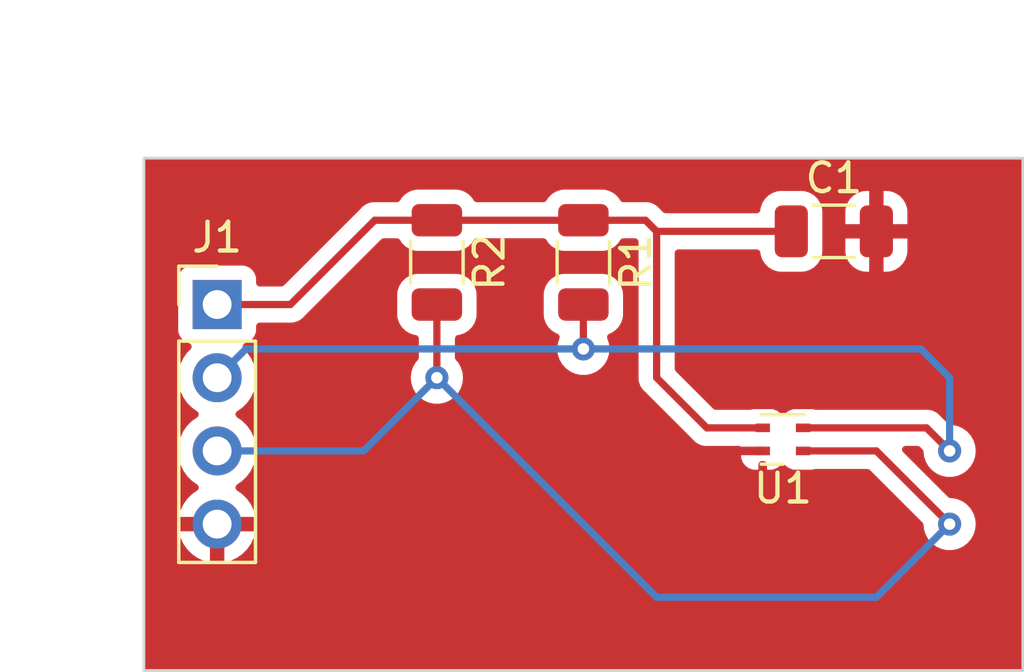
<source format=kicad_pcb>
(kicad_pcb (version 20221018) (generator pcbnew)
  (layers (0 "F.Cu" signal) (31 "B.Cu" signal) (34 "B.Paste" user) (35 "F.Paste" user) (36 "B.SilkS" user "B.Silkscreen") (37 "F.SilkS" user "F.Silkscreen") (38 "B.Mask" user) (39 "F.Mask" user) (44 "Edge.Cuts" user))
  (net 0 "")
  (net 1 "+3.3V")
  (net 2 "GND")
  (net 3 "/SCL")
  (net 4 "/SDA")
  (footprint "Connector_PinHeader_2.54mm:PinHeader_1x04_P2.54mm_Vertical" (layer "F.Cu") (at 116.84 88.9)
    (fp_text reference "J1" (at 0 -2.33) (layer "F.SilkS"))
    (fp_text value "Conn_01x04_Socket")
    (fp_line (start -1.33 -1.33) (end 0 -1.33) (stroke (width 0.12)) (layer "F.SilkS"))
    (fp_line (start -1.33 0) (end -1.33 -1.33) (stroke (width 0.12)) (layer "F.SilkS"))
    (fp_line (start -1.33 1.27) (end -1.33 8.95) (stroke (width 0.12)) (layer "F.SilkS"))
    (fp_line (start -1.33 1.27) (end 1.33 1.27) (stroke (width 0.12)) (layer "F.SilkS"))
    (fp_line (start -1.33 8.95) (end 1.33 8.95) (stroke (width 0.12)) (layer "F.SilkS"))
    (fp_line (start 1.33 1.27) (end 1.33 8.95) (stroke (width 0.12)) (layer "F.SilkS"))
    (pad "1" thru_hole rect (at 0 0) (size 1.7 1.7) (drill 1) (layers "*.Cu" "*.Mask") (net 1 "+3.3V"))
    (pad "2" thru_hole oval (at 0 2.54) (size 1.7 1.7) (drill 1) (layers "*.Cu" "*.Mask") (net 3 "/SCL"))
    (pad "3" thru_hole oval (at 0 5.08) (size 1.7 1.7) (drill 1) (layers "*.Cu" "*.Mask") (net 4 "/SDA"))
    (pad "4" thru_hole oval (at 0 7.62) (size 1.7 1.7) (drill 1) (layers "*.Cu" "*.Mask") (net 2 "GND"))
  )
  (footprint "Resistor_SMD:R_1206_3216Metric" (layer "F.Cu") (at 124.46 87.4375 -90)
    (fp_text reference "R2" (at 0 -1.82 90) (layer "F.SilkS"))
    (fp_text value "10k")
    (fp_line (start -0.727064 -0.91) (end 0.727064 -0.91) (stroke (width 0.12)) (layer "F.SilkS"))
    (fp_line (start -0.727064 0.91) (end 0.727064 0.91) (stroke (width 0.12)) (layer "F.SilkS"))
    (pad "1" smd roundrect (at -1.4625 0 270) (size 1.125 1.75) (layers "F.Cu" "F.Paste" "F.Mask") (roundrect_rratio 0.222222) (net 1 "+3.3V"))
    (pad "2" smd roundrect (at 1.4625 0 270) (size 1.125 1.75) (layers "F.Cu" "F.Paste" "F.Mask") (roundrect_rratio 0.222222) (net 4 "/SDA"))
  )
  (footprint "Sensor_Humidity:Sensirion_DFN-4_1.5x1.5mm_P0.8mm_SHT4x_NoCentralPad" (layer "F.Cu") (at 136.46 93.58 180)
    (fp_text reference "U1" (at 0 -1.7) (layer "F.SilkS"))
    (fp_text value "SHT4x")
    (fp_line (start -0.75 0.86) (end 0.75 0.86) (stroke (width 0.12)) (layer "F.SilkS"))
    (fp_line (start 0 -0.86) (end 0.75 -0.86) (stroke (width 0.12)) (layer "F.SilkS"))
    (pad "1" smd rect (at -0.7 -0.4 180) (size 0.5 0.3) (layers "F.Cu" "F.Paste" "F.Mask") (net 4 "/SDA"))
    (pad "2" smd rect (at -0.7 0.4 180) (size 0.5 0.3) (layers "F.Cu" "F.Paste" "F.Mask") (net 3 "/SCL"))
    (pad "3" smd rect (at 0.7 0.4 180) (size 0.5 0.3) (layers "F.Cu" "F.Paste" "F.Mask") (net 1 "+3.3V"))
    (pad "4" smd rect (at 0.7 -0.4 180) (size 0.5 0.3) (layers "F.Cu" "F.Paste" "F.Mask") (net 2 "GND"))
    (zone (net 0) (net_name "") (layer "F.Cu") (connect_pads (clearance 0)) (min_thickness 0.254)
      (keepout (tracks not_allowed) (vias not_allowed) (pads allowed) (copperpour not_allowed) (footprints allowed))
      (fill (thermal_gap 0.508) (thermal_bridge_width 0.508))
      (polygon (pts (xy 135.71 94.13) (xy 136.01 94.13) (xy 136.01 93.83) (xy 135.71 93.83) (xy 135.71 93.33) (xy 136.01 93.33) (xy 136.01 93.03) (xy 135.71 93.03) (xy 135.71 92.83) (xy 137.21 92.83) (xy 137.21 93.03) (xy 136.91 93.03) (xy 136.91 93.33) (xy 137.21 93.33) (xy 137.21 93.83) (xy 136.91 93.83) (xy 136.91 94.13) (xy 137.21 94.13) (xy 137.21 94.33) (xy 135.71 94.33)))
    )
  )
  (footprint "Resistor_SMD:R_1206_3216Metric" (layer "F.Cu") (at 129.54 87.4375 -90)
    (fp_text reference "R1" (at 0 -1.82 90) (layer "F.SilkS"))
    (fp_text value "10k")
    (fp_line (start -0.727064 -0.91) (end 0.727064 -0.91) (stroke (width 0.12)) (layer "F.SilkS"))
    (fp_line (start -0.727064 0.91) (end 0.727064 0.91) (stroke (width 0.12)) (layer "F.SilkS"))
    (pad "1" smd roundrect (at -1.4625 0 270) (size 1.125 1.75) (layers "F.Cu" "F.Paste" "F.Mask") (roundrect_rratio 0.222222) (net 1 "+3.3V"))
    (pad "2" smd roundrect (at 1.4625 0 270) (size 1.125 1.75) (layers "F.Cu" "F.Paste" "F.Mask") (roundrect_rratio 0.222222) (net 3 "/SCL"))
  )
  (footprint "Capacitor_SMD:C_1206_3216Metric" (layer "F.Cu") (at 138.225 86.36)
    (fp_text reference "C1" (at 0 -1.85) (layer "F.SilkS"))
    (fp_text value "100nF")
    (fp_line (start -0.711252 -0.91) (end 0.711252 -0.91) (stroke (width 0.12)) (layer "F.SilkS"))
    (fp_line (start -0.711252 0.91) (end 0.711252 0.91) (stroke (width 0.12)) (layer "F.SilkS"))
    (pad "1" smd roundrect (at -1.475 0) (size 1.15 1.8) (layers "F.Cu" "F.Paste" "F.Mask") (roundrect_rratio 0.217391) (net 1 "+3.3V"))
    (pad "2" smd roundrect (at 1.475 0) (size 1.15 1.8) (layers "F.Cu" "F.Paste" "F.Mask") (roundrect_rratio 0.217391) (net 2 "GND"))
  )
  (gr_rect (start 114.3 83.82) (end 144.78 101.6) (stroke (width 0.1)) (fill none) (layer "Edge.Cuts"))
  (segment (start 119.38 88.9) (end 122.305 85.975) (width 0.25) (layer "F.Cu") (net 1))
  (segment (start 132.08 86.36) (end 136.75 86.36) (width 0.25) (layer "F.Cu") (net 1))
  (segment (start 132.08 91.44) (end 133.82 93.18) (width 0.25) (layer "F.Cu") (net 1))
  (segment (start 124.46 85.975) (end 129.54 85.975) (width 0.25) (layer "F.Cu") (net 1))
  (segment (start 129.54 85.975) (end 131.695 85.975) (width 0.25) (layer "F.Cu") (net 1))
  (segment (start 122.305 85.975) (end 124.46 85.975) (width 0.25) (layer "F.Cu") (net 1))
  (segment (start 116.84 88.9) (end 119.38 88.9) (width 0.25) (layer "F.Cu") (net 1))
  (segment (start 132.08 86.36) (end 132.08 91.44) (width 0.25) (layer "F.Cu") (net 1))
  (segment (start 131.695 85.975) (end 132.08 86.36) (width 0.25) (layer "F.Cu") (net 1))
  (segment (start 133.82 93.18) (end 135.76 93.18) (width 0.25) (layer "F.Cu") (net 1))
  (segment (start 137.16 93.18) (end 141.44 93.18) (width 0.25) (layer "F.Cu") (net 3))
  (segment (start 129.54 88.9) (end 129.54 90.440497) (width 0.25) (layer "F.Cu") (net 3))
  (segment (start 141.44 93.18) (end 142.24 93.98) (width 0.25) (layer "F.Cu") (net 3))
  (via (at 142.24 93.98) (size 0.8) (drill 0.4) (layers "F.Cu" "B.Cu") (net 3))
  (via (at 129.54 90.440497) (size 0.8) (drill 0.4) (layers "F.Cu" "B.Cu") (net 3))
  (segment (start 142.24 91.44) (end 142.24 93.98) (width 0.25) (layer "B.Cu") (net 3))
  (segment (start 129.54 90.440497) (end 141.240497 90.440497) (width 0.25) (layer "B.Cu") (net 3))
  (segment (start 117.839503 90.440497) (end 129.54 90.440497) (width 0.25) (layer "B.Cu") (net 3))
  (segment (start 116.84 91.44) (end 117.839503 90.440497) (width 0.25) (layer "B.Cu") (net 3))
  (segment (start 141.240497 90.440497) (end 142.24 91.44) (width 0.25) (layer "B.Cu") (net 3))
  (segment (start 124.46 88.9) (end 124.46 91.44) (width 0.25) (layer "F.Cu") (net 4))
  (segment (start 137.16 93.98) (end 139.7 93.98) (width 0.25) (layer "F.Cu") (net 4))
  (segment (start 139.7 93.98) (end 142.24 96.52) (width 0.25) (layer "F.Cu") (net 4))
  (via (at 124.46 91.44) (size 0.8) (drill 0.4) (layers "F.Cu" "B.Cu") (net 4))
  (via (at 142.24 96.52) (size 0.8) (drill 0.4) (layers "F.Cu" "B.Cu") (net 4))
  (segment (start 139.7 99.06) (end 142.24 96.52) (width 0.25) (layer "B.Cu") (net 4))
  (segment (start 124.46 91.44) (end 132.08 99.06) (width 0.25) (layer "B.Cu") (net 4))
  (segment (start 132.08 99.06) (end 139.7 99.06) (width 0.25) (layer "B.Cu") (net 4))
  (segment (start 116.84 93.98) (end 121.92 93.98) (width 0.25) (layer "B.Cu") (net 4))
  (segment (start 121.92 93.98) (end 124.46 91.44) (width 0.25) (layer "B.Cu") (net 4))
  (zone (net 2) (net_name "GND") (layer "F.Cu") (connect_pads (clearance 0.5)) (min_thickness 0.25) (fill yes (thermal_gap 0.5) (thermal_bridge_width 0.5))
    (polygon (pts (xy 114.3 83.82) (xy 144.78 83.82) (xy 144.78 101.6) (xy 114.3 101.6)))
  )
)
</source>
